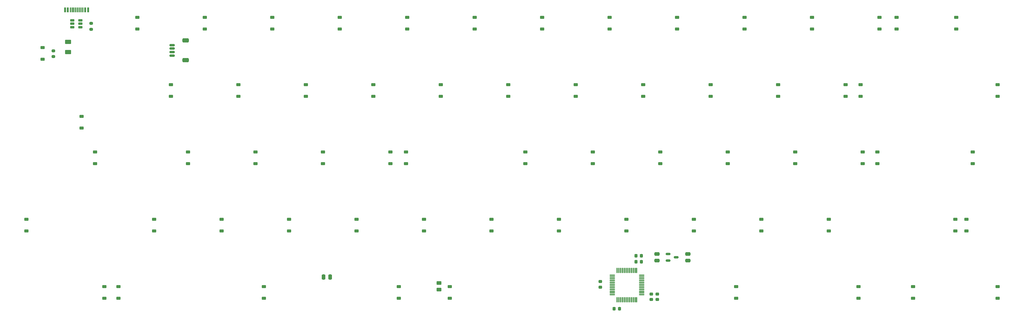
<source format=gbr>
%TF.GenerationSoftware,KiCad,Pcbnew,8.0.2*%
%TF.CreationDate,2025-05-31T21:51:42-07:00*%
%TF.ProjectId,SI60,53493630-2e6b-4696-9361-645f70636258,rev?*%
%TF.SameCoordinates,Original*%
%TF.FileFunction,Paste,Bot*%
%TF.FilePolarity,Positive*%
%FSLAX46Y46*%
G04 Gerber Fmt 4.6, Leading zero omitted, Abs format (unit mm)*
G04 Created by KiCad (PCBNEW 8.0.2) date 2025-05-31 21:51:42*
%MOMM*%
%LPD*%
G01*
G04 APERTURE LIST*
G04 Aperture macros list*
%AMRoundRect*
0 Rectangle with rounded corners*
0 $1 Rounding radius*
0 $2 $3 $4 $5 $6 $7 $8 $9 X,Y pos of 4 corners*
0 Add a 4 corners polygon primitive as box body*
4,1,4,$2,$3,$4,$5,$6,$7,$8,$9,$2,$3,0*
0 Add four circle primitives for the rounded corners*
1,1,$1+$1,$2,$3*
1,1,$1+$1,$4,$5*
1,1,$1+$1,$6,$7*
1,1,$1+$1,$8,$9*
0 Add four rect primitives between the rounded corners*
20,1,$1+$1,$2,$3,$4,$5,0*
20,1,$1+$1,$4,$5,$6,$7,0*
20,1,$1+$1,$6,$7,$8,$9,0*
20,1,$1+$1,$8,$9,$2,$3,0*%
G04 Aperture macros list end*
%ADD10RoundRect,0.225000X0.375000X-0.225000X0.375000X0.225000X-0.375000X0.225000X-0.375000X-0.225000X0*%
%ADD11RoundRect,0.250000X-0.250000X-0.475000X0.250000X-0.475000X0.250000X0.475000X-0.250000X0.475000X0*%
%ADD12RoundRect,0.150000X0.475000X0.150000X-0.475000X0.150000X-0.475000X-0.150000X0.475000X-0.150000X0*%
%ADD13RoundRect,0.150000X-0.625000X0.150000X-0.625000X-0.150000X0.625000X-0.150000X0.625000X0.150000X0*%
%ADD14RoundRect,0.250000X-0.650000X0.350000X-0.650000X-0.350000X0.650000X-0.350000X0.650000X0.350000X0*%
%ADD15RoundRect,0.225000X0.250000X-0.225000X0.250000X0.225000X-0.250000X0.225000X-0.250000X-0.225000X0*%
%ADD16RoundRect,0.250000X0.450000X-0.262500X0.450000X0.262500X-0.450000X0.262500X-0.450000X-0.262500X0*%
%ADD17RoundRect,0.225000X-0.250000X0.225000X-0.250000X-0.225000X0.250000X-0.225000X0.250000X0.225000X0*%
%ADD18RoundRect,0.225000X0.225000X0.250000X-0.225000X0.250000X-0.225000X-0.250000X0.225000X-0.250000X0*%
%ADD19RoundRect,0.250000X0.475000X-0.250000X0.475000X0.250000X-0.475000X0.250000X-0.475000X-0.250000X0*%
%ADD20RoundRect,0.200000X-0.275000X0.200000X-0.275000X-0.200000X0.275000X-0.200000X0.275000X0.200000X0*%
%ADD21RoundRect,0.150000X-0.512500X-0.150000X0.512500X-0.150000X0.512500X0.150000X-0.512500X0.150000X0*%
%ADD22R,0.600000X1.450000*%
%ADD23R,0.300000X1.450000*%
%ADD24RoundRect,0.075000X-0.662500X-0.075000X0.662500X-0.075000X0.662500X0.075000X-0.662500X0.075000X0*%
%ADD25RoundRect,0.075000X-0.075000X-0.662500X0.075000X-0.662500X0.075000X0.662500X-0.075000X0.662500X0*%
%ADD26RoundRect,0.225000X-0.225000X-0.250000X0.225000X-0.250000X0.225000X0.250000X-0.225000X0.250000X0*%
%ADD27RoundRect,0.250000X-0.475000X0.250000X-0.475000X-0.250000X0.475000X-0.250000X0.475000X0.250000X0*%
%ADD28RoundRect,0.250000X-0.625000X0.375000X-0.625000X-0.375000X0.625000X-0.375000X0.625000X0.375000X0*%
G04 APERTURE END LIST*
D10*
%TO.C,D66*%
X269081250Y-78643750D03*
X269081250Y-75343750D03*
%TD*%
%TO.C,D65*%
X260290000Y-59593750D03*
X260290000Y-56293750D03*
%TD*%
%TO.C,D64*%
X262070000Y-40543750D03*
X262070000Y-37243750D03*
%TD*%
%TO.C,D63*%
X269081250Y-21493750D03*
X269081250Y-18193750D03*
%TD*%
%TO.C,D62*%
X257443750Y-2443750D03*
X257443750Y856250D03*
%TD*%
%TO.C,D61*%
X245268750Y-78643750D03*
X245268750Y-75343750D03*
%TD*%
%TO.C,D60*%
X257175000Y-59593750D03*
X257175000Y-56293750D03*
%TD*%
%TO.C,D59*%
X235170000Y-40543750D03*
X235170000Y-37243750D03*
%TD*%
%TO.C,D58*%
X230407500Y-21493750D03*
X230407500Y-18193750D03*
%TD*%
%TO.C,D57*%
X240600000Y-2443750D03*
X240600000Y856250D03*
%TD*%
%TO.C,D56*%
X230981250Y-40543750D03*
X230981250Y-37243750D03*
%TD*%
%TO.C,D55*%
X226218750Y-21493750D03*
X226218750Y-18193750D03*
%TD*%
%TO.C,D54*%
X235743750Y-2443750D03*
X235743750Y856250D03*
%TD*%
%TO.C,D53*%
X229830000Y-78660000D03*
X229830000Y-75360000D03*
%TD*%
%TO.C,D52*%
X221456250Y-59593750D03*
X221456250Y-56293750D03*
%TD*%
%TO.C,D51*%
X211931250Y-40543750D03*
X211931250Y-37243750D03*
%TD*%
%TO.C,D50*%
X207168750Y-21493750D03*
X207168750Y-18193750D03*
%TD*%
%TO.C,D49*%
X216693750Y-2443750D03*
X216693750Y856250D03*
%TD*%
%TO.C,D48*%
X195262500Y-78643750D03*
X195262500Y-75343750D03*
%TD*%
%TO.C,D47*%
X202406250Y-59593750D03*
X202406250Y-56293750D03*
%TD*%
%TO.C,D46*%
X192881250Y-40543750D03*
X192881250Y-37243750D03*
%TD*%
%TO.C,D45*%
X188118750Y-21493750D03*
X188118750Y-18193750D03*
%TD*%
%TO.C,D44*%
X197643750Y-2443750D03*
X197643750Y856250D03*
%TD*%
%TO.C,D43*%
X183356250Y-59593750D03*
X183356250Y-56293750D03*
%TD*%
%TO.C,D42*%
X173831250Y-40543750D03*
X173831250Y-37243750D03*
%TD*%
%TO.C,D41*%
X169068750Y-21493750D03*
X169068750Y-18193750D03*
%TD*%
%TO.C,D40*%
X178593750Y-2443750D03*
X178593750Y856250D03*
%TD*%
%TO.C,D39*%
X164306250Y-59593750D03*
X164306250Y-56293750D03*
%TD*%
%TO.C,D38*%
X154781250Y-40543750D03*
X154781250Y-37243750D03*
%TD*%
%TO.C,D37*%
X150018750Y-21493750D03*
X150018750Y-18193750D03*
%TD*%
%TO.C,D36*%
X159543750Y-2443750D03*
X159543750Y856250D03*
%TD*%
%TO.C,D35*%
X114410000Y-78643750D03*
X114410000Y-75343750D03*
%TD*%
%TO.C,D34*%
X145256250Y-59593750D03*
X145256250Y-56293750D03*
%TD*%
%TO.C,D33*%
X135731250Y-40543750D03*
X135731250Y-37243750D03*
%TD*%
%TO.C,D32*%
X130968750Y-21493750D03*
X130968750Y-18193750D03*
%TD*%
%TO.C,D31*%
X140493750Y-2443750D03*
X140493750Y856250D03*
%TD*%
%TO.C,D30*%
X126206250Y-59593750D03*
X126206250Y-56293750D03*
%TD*%
%TO.C,D29*%
X102090000Y-40543750D03*
X102090000Y-37243750D03*
%TD*%
%TO.C,D28*%
X111918750Y-21493750D03*
X111918750Y-18193750D03*
%TD*%
%TO.C,D27*%
X121443750Y-2443750D03*
X121443750Y856250D03*
%TD*%
%TO.C,D26*%
X100012500Y-78643750D03*
X100012500Y-75343750D03*
%TD*%
%TO.C,D25*%
X107156250Y-59593750D03*
X107156250Y-56293750D03*
%TD*%
%TO.C,D24*%
X97631250Y-40543750D03*
X97631250Y-37243750D03*
%TD*%
%TO.C,D23*%
X92868750Y-21493750D03*
X92868750Y-18193750D03*
%TD*%
%TO.C,D22*%
X102393750Y-2443750D03*
X102393750Y856250D03*
%TD*%
%TO.C,D21*%
X88106250Y-59593750D03*
X88106250Y-56293750D03*
%TD*%
%TO.C,D20*%
X78581250Y-40543750D03*
X78581250Y-37243750D03*
%TD*%
%TO.C,D19*%
X73818750Y-21493750D03*
X73818750Y-18193750D03*
%TD*%
%TO.C,D18*%
X83343750Y-2443750D03*
X83343750Y856250D03*
%TD*%
%TO.C,D17*%
X69056250Y-59593750D03*
X69056250Y-56293750D03*
%TD*%
%TO.C,D16*%
X59531250Y-40543750D03*
X59531250Y-37243750D03*
%TD*%
%TO.C,D15*%
X54768750Y-21493750D03*
X54768750Y-18193750D03*
%TD*%
%TO.C,D14*%
X64293750Y-2443750D03*
X64293750Y856250D03*
%TD*%
%TO.C,D13*%
X61912500Y-78643750D03*
X61912500Y-75343750D03*
%TD*%
%TO.C,D12*%
X50006250Y-59593750D03*
X50006250Y-56293750D03*
%TD*%
%TO.C,D11*%
X40481250Y-40543750D03*
X40481250Y-37243750D03*
%TD*%
%TO.C,D10*%
X35718750Y-21493750D03*
X35718750Y-18193750D03*
%TD*%
%TO.C,D9*%
X45243750Y-2443750D03*
X45243750Y856250D03*
%TD*%
%TO.C,D8*%
X20900000Y-78643750D03*
X20900000Y-75343750D03*
%TD*%
%TO.C,D7*%
X30956250Y-59593750D03*
X30956250Y-56293750D03*
%TD*%
%TO.C,D6*%
X26193750Y-2443750D03*
X26193750Y856250D03*
%TD*%
%TO.C,D5*%
X16930000Y-78643750D03*
X16930000Y-75343750D03*
%TD*%
%TO.C,D4*%
X-5080000Y-59593750D03*
X-5080000Y-56293750D03*
%TD*%
%TO.C,D3*%
X14287500Y-40543750D03*
X14287500Y-37243750D03*
%TD*%
%TO.C,D2*%
X10460000Y-30510000D03*
X10460000Y-27210000D03*
%TD*%
%TO.C,D1*%
X-520000Y-11027500D03*
X-520000Y-7727500D03*
%TD*%
D11*
%TO.C,C3*%
X78760000Y-72670000D03*
X80660000Y-72670000D03*
%TD*%
D12*
%TO.C,U3*%
X10152500Y-20000D03*
X10152500Y-970000D03*
X10152500Y-1920000D03*
X7802500Y-1920000D03*
X7802500Y-970000D03*
X7802500Y-20000D03*
%TD*%
D13*
%TO.C,J3*%
X36000020Y-6999922D03*
X36000020Y-7999922D03*
X36000020Y-8999922D03*
X36000020Y-9999922D03*
D14*
X39875020Y-5699922D03*
X39875020Y-11299922D03*
%TD*%
D15*
%TO.C,C1*%
X171351250Y-79005000D03*
X171351250Y-77455000D03*
%TD*%
D16*
%TO.C,R1*%
X111360000Y-76182500D03*
X111360000Y-74357500D03*
%TD*%
D17*
%TO.C,C7*%
X156951250Y-73955000D03*
X156951250Y-75505000D03*
%TD*%
D18*
%TO.C,C6*%
X168526250Y-66630000D03*
X166976250Y-66630000D03*
%TD*%
D19*
%TO.C,C8*%
X181630000Y-68002500D03*
X181630000Y-66102500D03*
%TD*%
D20*
%TO.C,R3*%
X2500000Y-8635000D03*
X2500000Y-10285000D03*
%TD*%
D18*
%TO.C,C5*%
X168526250Y-68330000D03*
X166976250Y-68330000D03*
%TD*%
D21*
%TO.C,U2*%
X176092500Y-68002500D03*
X176092500Y-66102500D03*
X178367500Y-67052500D03*
%TD*%
D22*
%TO.C,J4*%
X5802500Y2935000D03*
X6602500Y2935000D03*
D23*
X7802500Y2935000D03*
X8802500Y2935000D03*
X9302500Y2935000D03*
X10302500Y2935000D03*
D22*
X11502500Y2935000D03*
X12302500Y2935000D03*
X12302500Y2935000D03*
X11502500Y2935000D03*
D23*
X10802500Y2935000D03*
X9802500Y2935000D03*
X8302500Y2935000D03*
X7302500Y2935000D03*
D22*
X6602500Y2935000D03*
X5802500Y2935000D03*
%TD*%
D24*
%TO.C,U1*%
X160307500Y-77680000D03*
X160307500Y-77180000D03*
X160307500Y-76680000D03*
X160307500Y-76180000D03*
X160307500Y-75680000D03*
X160307500Y-75180000D03*
X160307500Y-74680000D03*
X160307500Y-74180000D03*
X160307500Y-73680000D03*
X160307500Y-73180000D03*
X160307500Y-72680000D03*
X160307500Y-72180000D03*
D25*
X161720000Y-70767500D03*
X162220000Y-70767500D03*
X162720000Y-70767500D03*
X163220000Y-70767500D03*
X163720000Y-70767500D03*
X164220000Y-70767500D03*
X164720000Y-70767500D03*
X165220000Y-70767500D03*
X165720000Y-70767500D03*
X166220000Y-70767500D03*
X166720000Y-70767500D03*
X167220000Y-70767500D03*
D24*
X168632500Y-72180000D03*
X168632500Y-72680000D03*
X168632500Y-73180000D03*
X168632500Y-73680000D03*
X168632500Y-74180000D03*
X168632500Y-74680000D03*
X168632500Y-75180000D03*
X168632500Y-75680000D03*
X168632500Y-76180000D03*
X168632500Y-76680000D03*
X168632500Y-77180000D03*
X168632500Y-77680000D03*
D25*
X167220000Y-79092500D03*
X166720000Y-79092500D03*
X166220000Y-79092500D03*
X165720000Y-79092500D03*
X165220000Y-79092500D03*
X164720000Y-79092500D03*
X164220000Y-79092500D03*
X163720000Y-79092500D03*
X163220000Y-79092500D03*
X162720000Y-79092500D03*
X162220000Y-79092500D03*
X161720000Y-79092500D03*
%TD*%
D15*
%TO.C,C4*%
X173051250Y-79005000D03*
X173051250Y-77455000D03*
%TD*%
D26*
%TO.C,C2*%
X160796250Y-81630000D03*
X162346250Y-81630000D03*
%TD*%
D20*
%TO.C,R2*%
X13170000Y-2505000D03*
X13170000Y-855000D03*
%TD*%
D27*
%TO.C,C9*%
X172930000Y-66102500D03*
X172930000Y-68002500D03*
%TD*%
D28*
%TO.C,F1*%
X6620000Y-6140000D03*
X6620000Y-8940000D03*
%TD*%
M02*

</source>
